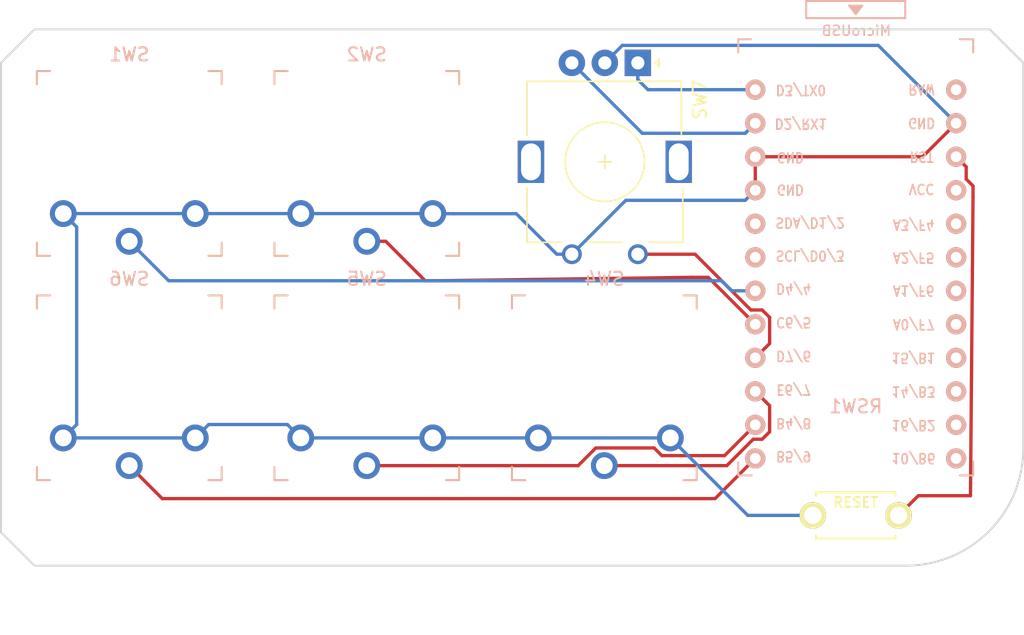
<source format=kicad_pcb>
(kicad_pcb (version 20171130) (host pcbnew "(5.1.5-0-10_14)")

  (general
    (thickness 1.6)
    (drawings 8)
    (tracks 82)
    (zones 0)
    (modules 8)
    (nets 23)
  )

  (page A4)
  (title_block
    (title mkbd)
    (date 2019-04-18)
    (rev 0.1)
    (company foostan)
  )

  (layers
    (0 F.Cu signal)
    (31 B.Cu signal)
    (32 B.Adhes user)
    (33 F.Adhes user)
    (34 B.Paste user)
    (35 F.Paste user)
    (36 B.SilkS user)
    (37 F.SilkS user)
    (38 B.Mask user)
    (39 F.Mask user)
    (40 Dwgs.User user)
    (41 Cmts.User user)
    (42 Eco1.User user)
    (43 Eco2.User user)
    (44 Edge.Cuts user)
    (45 Margin user)
    (46 B.CrtYd user)
    (47 F.CrtYd user)
    (48 B.Fab user)
    (49 F.Fab user)
  )

  (setup
    (last_trace_width 0.25)
    (trace_clearance 0.2)
    (zone_clearance 0.508)
    (zone_45_only no)
    (trace_min 0.2)
    (via_size 0.8)
    (via_drill 0.4)
    (via_min_size 0.4)
    (via_min_drill 0.3)
    (uvia_size 0.3)
    (uvia_drill 0.1)
    (uvias_allowed no)
    (uvia_min_size 0.2)
    (uvia_min_drill 0.1)
    (edge_width 0.15)
    (segment_width 0.2)
    (pcb_text_width 0.3)
    (pcb_text_size 1.5 1.5)
    (mod_edge_width 0.15)
    (mod_text_size 1 1)
    (mod_text_width 0.15)
    (pad_size 1.524 1.524)
    (pad_drill 0.8128)
    (pad_to_mask_clearance 0.2)
    (aux_axis_origin 0 0)
    (visible_elements FFFFFF7F)
    (pcbplotparams
      (layerselection 0x010f0_ffffffff)
      (usegerberextensions false)
      (usegerberattributes false)
      (usegerberadvancedattributes false)
      (creategerberjobfile false)
      (excludeedgelayer true)
      (linewidth 0.100000)
      (plotframeref false)
      (viasonmask false)
      (mode 1)
      (useauxorigin false)
      (hpglpennumber 1)
      (hpglpenspeed 20)
      (hpglpendiameter 15.000000)
      (psnegative false)
      (psa4output false)
      (plotreference true)
      (plotvalue true)
      (plotinvisibletext false)
      (padsonsilk false)
      (subtractmaskfromsilk false)
      (outputformat 1)
      (mirror false)
      (drillshape 0)
      (scaleselection 1)
      (outputdirectory "gerber/"))
  )

  (net 0 "")
  (net 1 /RESET)
  (net 2 GND)
  (net 3 /SW_1)
  (net 4 /SW_2)
  (net 5 /SW_3)
  (net 6 /SW_4)
  (net 7 /SW_5)
  (net 8 /SW_6)
  (net 9 "Net-(U1-Pad24)")
  (net 10 VCC)
  (net 11 "Net-(U1-Pad20)")
  (net 12 "Net-(U1-Pad19)")
  (net 13 "Net-(U1-Pad18)")
  (net 14 "Net-(U1-Pad17)")
  (net 15 "Net-(U1-Pad16)")
  (net 16 "Net-(U1-Pad15)")
  (net 17 "Net-(U1-Pad14)")
  (net 18 "Net-(U1-Pad13)")
  (net 19 "Net-(U1-Pad6)")
  (net 20 "Net-(U1-Pad5)")
  (net 21 "Net-(SW7-PadA)")
  (net 22 "Net-(SW7-PadB)")

  (net_class Default "これはデフォルトのネット クラスです。"
    (clearance 0.2)
    (trace_width 0.25)
    (via_dia 0.8)
    (via_drill 0.4)
    (uvia_dia 0.3)
    (uvia_drill 0.1)
    (add_net /RESET)
    (add_net /SW_1)
    (add_net /SW_2)
    (add_net /SW_3)
    (add_net /SW_4)
    (add_net /SW_5)
    (add_net /SW_6)
    (add_net GND)
    (add_net "Net-(SW7-PadA)")
    (add_net "Net-(SW7-PadB)")
    (add_net "Net-(U1-Pad13)")
    (add_net "Net-(U1-Pad14)")
    (add_net "Net-(U1-Pad15)")
    (add_net "Net-(U1-Pad16)")
    (add_net "Net-(U1-Pad17)")
    (add_net "Net-(U1-Pad18)")
    (add_net "Net-(U1-Pad19)")
    (add_net "Net-(U1-Pad20)")
    (add_net "Net-(U1-Pad24)")
    (add_net "Net-(U1-Pad5)")
    (add_net "Net-(U1-Pad6)")
    (add_net VCC)
  )

  (module kbd:ProMicro_v3 (layer B.Cu) (tedit 5EAC4A3F) (tstamp 5CB64683)
    (at 92.71 77.47 180)
    (path /5CB5F40D)
    (fp_text reference U1 (at 0 5 90) (layer B.SilkS) hide
      (effects (font (size 1 1) (thickness 0.15)) (justify mirror))
    )
    (fp_text value ProMicro_r (at -0.1 -0.05 -90) (layer B.Fab) hide
      (effects (font (size 1 1) (thickness 0.15)) (justify mirror))
    )
    (fp_line (start 8.9 -14.75) (end 7.89 -14.75) (layer B.SilkS) (width 0.15))
    (fp_line (start -8.9 -14.75) (end -7.9 -14.75) (layer B.SilkS) (width 0.15))
    (fp_line (start 8.9 -13.75) (end 8.9 -14.75) (layer B.SilkS) (width 0.15))
    (fp_line (start -8.9 -13.7) (end -8.9 -14.75) (layer B.SilkS) (width 0.15))
    (fp_line (start 8.9 18.3) (end 7.95 18.3) (layer B.SilkS) (width 0.15))
    (fp_line (start -8.9 18.3) (end -7.9 18.3) (layer B.SilkS) (width 0.15))
    (fp_line (start 8.9 18.3) (end 8.9 17.3) (layer B.SilkS) (width 0.15))
    (fp_line (start -8.9 18.3) (end -8.9 17.3) (layer B.SilkS) (width 0.15))
    (fp_text user "" (at -1.2515 16.256) (layer F.SilkS)
      (effects (font (size 1 1) (thickness 0.15)))
    )
    (fp_text user "" (at -0.545 17.4) (layer B.SilkS)
      (effects (font (size 1 1) (thickness 0.15)) (justify mirror))
    )
    (fp_line (start -8.9 -14.75) (end -8.9 18.3) (layer B.Fab) (width 0.15))
    (fp_line (start 8.9 -14.75) (end -8.9 -14.75) (layer B.Fab) (width 0.15))
    (fp_line (start 8.9 18.3) (end 8.9 -14.75) (layer B.Fab) (width 0.15))
    (fp_line (start -8.9 18.3) (end -3.75 18.3) (layer B.Fab) (width 0.15))
    (fp_text user RAW (at -4.995 14.5 180 unlocked) (layer B.SilkS)
      (effects (font (size 0.75 0.67) (thickness 0.125)) (justify mirror))
    )
    (fp_text user GND (at -4.995 11.95 180 unlocked) (layer B.SilkS)
      (effects (font (size 0.75 0.67) (thickness 0.125)) (justify mirror))
    )
    (fp_text user RST (at -4.995 9.4 180 unlocked) (layer B.SilkS)
      (effects (font (size 0.75 0.67) (thickness 0.125)) (justify mirror))
    )
    (fp_text user VCC (at -4.995 6.95 180 unlocked) (layer B.SilkS)
      (effects (font (size 0.75 0.67) (thickness 0.125)) (justify mirror))
    )
    (fp_text user A3/F4 (at -4.395 4.25 180 unlocked) (layer B.SilkS)
      (effects (font (size 0.75 0.67) (thickness 0.125)) (justify mirror))
    )
    (fp_text user A2/F5 (at -4.395 1.75 180 unlocked) (layer B.SilkS)
      (effects (font (size 0.75 0.67) (thickness 0.125)) (justify mirror))
    )
    (fp_text user A1/F6 (at -4.395 -0.75 180 unlocked) (layer B.SilkS)
      (effects (font (size 0.75 0.67) (thickness 0.125)) (justify mirror))
    )
    (fp_text user A0/F7 (at -4.395 -3.3 180 unlocked) (layer B.SilkS)
      (effects (font (size 0.75 0.67) (thickness 0.125)) (justify mirror))
    )
    (fp_text user 15/B1 (at -4.395 -5.85 180 unlocked) (layer B.SilkS)
      (effects (font (size 0.75 0.67) (thickness 0.125)) (justify mirror))
    )
    (fp_text user 14/B3 (at -4.395 -8.4 180 unlocked) (layer B.SilkS)
      (effects (font (size 0.75 0.67) (thickness 0.125)) (justify mirror))
    )
    (fp_text user 10/B6 (at -4.395 -13.45 180 unlocked) (layer B.SilkS)
      (effects (font (size 0.75 0.67) (thickness 0.125)) (justify mirror))
    )
    (fp_text user 16/B2 (at -4.395 -10.95 180 unlocked) (layer B.SilkS)
      (effects (font (size 0.75 0.67) (thickness 0.125)) (justify mirror))
    )
    (fp_text user E6/7 (at 4.705 -8.25 180 unlocked) (layer B.SilkS)
      (effects (font (size 0.75 0.67) (thickness 0.125)) (justify mirror))
    )
    (fp_text user D7/6 (at 4.705 -5.7 180 unlocked) (layer B.SilkS)
      (effects (font (size 0.75 0.67) (thickness 0.125)) (justify mirror))
    )
    (fp_text user GND (at 4.955 9.35 180 unlocked) (layer B.SilkS)
      (effects (font (size 0.75 0.67) (thickness 0.125)) (justify mirror))
    )
    (fp_text user GND (at 4.955 6.9 180 unlocked) (layer B.SilkS)
      (effects (font (size 0.75 0.67) (thickness 0.125)) (justify mirror))
    )
    (fp_text user D3/TX0 (at 4.155 14.45 180 unlocked) (layer B.SilkS)
      (effects (font (size 0.75 0.67) (thickness 0.125)) (justify mirror))
    )
    (fp_text user D4/4 (at 4.705 -0.6 180 unlocked) (layer B.SilkS)
      (effects (font (size 0.75 0.67) (thickness 0.125)) (justify mirror))
    )
    (fp_text user SDA/D1/2 (at 3.455 4.4 180 unlocked) (layer B.SilkS)
      (effects (font (size 0.75 0.67) (thickness 0.125)) (justify mirror))
    )
    (fp_text user SCL/D0/3 (at 3.455 1.9 180 unlocked) (layer B.SilkS)
      (effects (font (size 0.75 0.67) (thickness 0.125)) (justify mirror))
    )
    (fp_text user C6/5 (at 4.705 -3.15 180 unlocked) (layer B.SilkS)
      (effects (font (size 0.75 0.67) (thickness 0.125)) (justify mirror))
    )
    (fp_text user B5/9 (at 4.705 -13.3 180 unlocked) (layer B.SilkS)
      (effects (font (size 0.75 0.67) (thickness 0.125)) (justify mirror))
    )
    (fp_text user D2/RX1 (at 4.155 11.9 180 unlocked) (layer B.SilkS)
      (effects (font (size 0.75 0.67) (thickness 0.125)) (justify mirror))
    )
    (fp_text user B4/8 (at 4.705 -10.8 180 unlocked) (layer B.SilkS)
      (effects (font (size 0.75 0.67) (thickness 0.125)) (justify mirror))
    )
    (fp_line (start -3.75 19.6) (end 3.75 19.6) (layer B.Fab) (width 0.15))
    (fp_line (start 3.75 19.6) (end 3.75 18.3) (layer B.Fab) (width 0.15))
    (fp_line (start -3.75 19.6) (end -3.75 18.299039) (layer B.Fab) (width 0.15))
    (fp_line (start -3.75 18.3) (end 3.75 18.3) (layer B.Fab) (width 0.15))
    (fp_line (start 3.76 18.3) (end 8.9 18.3) (layer B.Fab) (width 0.15))
    (fp_line (start -3.75 21.2) (end -3.75 19.9) (layer B.SilkS) (width 0.15))
    (fp_line (start -3.75 19.9) (end 3.75 19.9) (layer B.SilkS) (width 0.15))
    (fp_line (start 3.75 19.9) (end 3.75 21.2) (layer B.SilkS) (width 0.15))
    (fp_line (start 3.75 21.2) (end -3.75 21.2) (layer B.SilkS) (width 0.15))
    (fp_line (start -0.5 20.85) (end 0.5 20.85) (layer B.SilkS) (width 0.15))
    (fp_line (start 0.5 20.85) (end 0 20.2) (layer B.SilkS) (width 0.15))
    (fp_line (start 0 20.2) (end -0.5 20.85) (layer B.SilkS) (width 0.15))
    (fp_line (start -0.35 20.7) (end 0.35 20.7) (layer B.SilkS) (width 0.15))
    (fp_line (start -0.25 20.55) (end 0.25 20.55) (layer B.SilkS) (width 0.15))
    (fp_line (start -0.15 20.4) (end 0.15 20.4) (layer B.SilkS) (width 0.15))
    (fp_text user MicroUSB (at -0.05 18.95) (layer B.SilkS)
      (effects (font (size 0.75 0.75) (thickness 0.12)) (justify mirror))
    )
    (pad 24 thru_hole circle (at -7.6086 14.478 180) (size 1.524 1.524) (drill 0.8128) (layers *.Cu *.Mask B.SilkS)
      (net 9 "Net-(U1-Pad24)"))
    (pad 23 thru_hole circle (at -7.6086 11.938 180) (size 1.524 1.524) (drill 0.8128) (layers *.Cu *.Mask B.SilkS)
      (net 2 GND))
    (pad 22 thru_hole circle (at -7.6086 9.398 180) (size 1.524 1.524) (drill 0.8128) (layers *.Cu *.Mask B.SilkS)
      (net 1 /RESET))
    (pad 21 thru_hole circle (at -7.6086 6.858 180) (size 1.524 1.524) (drill 0.8128) (layers *.Cu *.Mask B.SilkS)
      (net 10 VCC))
    (pad 20 thru_hole circle (at -7.6086 4.318 180) (size 1.524 1.524) (drill 0.8128) (layers *.Cu *.Mask B.SilkS)
      (net 11 "Net-(U1-Pad20)"))
    (pad 19 thru_hole circle (at -7.6086 1.778 180) (size 1.524 1.524) (drill 0.8128) (layers *.Cu *.Mask B.SilkS)
      (net 12 "Net-(U1-Pad19)"))
    (pad 18 thru_hole circle (at -7.6086 -0.762 180) (size 1.524 1.524) (drill 0.8128) (layers *.Cu *.Mask B.SilkS)
      (net 13 "Net-(U1-Pad18)"))
    (pad 17 thru_hole circle (at -7.6086 -3.302 180) (size 1.524 1.524) (drill 0.8128) (layers *.Cu *.Mask B.SilkS)
      (net 14 "Net-(U1-Pad17)"))
    (pad 16 thru_hole circle (at -7.6086 -5.842 180) (size 1.524 1.524) (drill 0.8128) (layers *.Cu *.Mask B.SilkS)
      (net 15 "Net-(U1-Pad16)"))
    (pad 15 thru_hole circle (at -7.6086 -8.382 180) (size 1.524 1.524) (drill 0.8128) (layers *.Cu *.Mask B.SilkS)
      (net 16 "Net-(U1-Pad15)"))
    (pad 14 thru_hole circle (at -7.6086 -10.922 180) (size 1.524 1.524) (drill 0.8128) (layers *.Cu *.Mask B.SilkS)
      (net 17 "Net-(U1-Pad14)"))
    (pad 13 thru_hole circle (at -7.6086 -13.462 180) (size 1.524 1.524) (drill 0.8128) (layers *.Cu *.Mask B.SilkS)
      (net 18 "Net-(U1-Pad13)"))
    (pad 12 thru_hole circle (at 7.6114 -13.462 180) (size 1.524 1.524) (drill 0.8128) (layers *.Cu *.Mask B.SilkS)
      (net 8 /SW_6))
    (pad 11 thru_hole circle (at 7.6114 -10.922 180) (size 1.524 1.524) (drill 0.8128) (layers *.Cu *.Mask B.SilkS)
      (net 7 /SW_5))
    (pad 10 thru_hole circle (at 7.6114 -8.382 180) (size 1.524 1.524) (drill 0.8128) (layers *.Cu *.Mask B.SilkS)
      (net 6 /SW_4))
    (pad 9 thru_hole circle (at 7.6114 -5.842 180) (size 1.524 1.524) (drill 0.8128) (layers *.Cu *.Mask B.SilkS)
      (net 5 /SW_3))
    (pad 8 thru_hole circle (at 7.6114 -3.302 180) (size 1.524 1.524) (drill 0.8128) (layers *.Cu *.Mask B.SilkS)
      (net 4 /SW_2))
    (pad 7 thru_hole circle (at 7.6114 -0.762 180) (size 1.524 1.524) (drill 0.8128) (layers *.Cu *.Mask B.SilkS)
      (net 3 /SW_1))
    (pad 6 thru_hole circle (at 7.6114 1.778 180) (size 1.524 1.524) (drill 0.8128) (layers *.Cu *.Mask B.SilkS)
      (net 19 "Net-(U1-Pad6)"))
    (pad 5 thru_hole circle (at 7.6114 4.318 180) (size 1.524 1.524) (drill 0.8128) (layers *.Cu *.Mask B.SilkS)
      (net 20 "Net-(U1-Pad5)"))
    (pad 4 thru_hole circle (at 7.6114 6.858 180) (size 1.524 1.524) (drill 0.8128) (layers *.Cu *.Mask B.SilkS)
      (net 2 GND))
    (pad 3 thru_hole circle (at 7.6114 9.398 180) (size 1.524 1.524) (drill 0.8128) (layers *.Cu *.Mask B.SilkS)
      (net 2 GND))
    (pad 2 thru_hole circle (at 7.6114 11.938 180) (size 1.524 1.524) (drill 0.8128) (layers *.Cu *.Mask B.SilkS)
      (net 22 "Net-(SW7-PadB)"))
    (pad 1 thru_hole circle (at 7.6114 14.478 180) (size 1.524 1.524) (drill 0.8128) (layers *.Cu *.Mask B.SilkS)
      (net 21 "Net-(SW7-PadA)"))
  )

  (module Rotary_Encoder:RotaryEncoder_Alps_EC11E_Vertical_H20mm (layer F.Cu) (tedit 5E99D69A) (tstamp 5E99E325)
    (at 76.2 60.96 270)
    (descr "Alps rotary encoder, EC12E... without switch (pins are dummy), vertical shaft, http://www.alps.com/prod/info/E/HTML/Encoder/Incremental/EC11/EC11E15204A3.html")
    (tags "rotary encoder")
    (path /5E9A134E)
    (fp_text reference SW7 (at 2.8 -4.7 90) (layer F.SilkS)
      (effects (font (size 1 1) (thickness 0.15)))
    )
    (fp_text value Rotary_Encoder_Switch (at 7.5 10.4 90) (layer F.Fab)
      (effects (font (size 1 1) (thickness 0.15)))
    )
    (fp_circle (center 7.5 2.5) (end 10.5 2.5) (layer F.Fab) (width 0.12))
    (fp_circle (center 7.5 2.5) (end 10.5 2.5) (layer F.SilkS) (width 0.12))
    (fp_line (start 15.5 9.35) (end -1.25 9.35) (layer F.CrtYd) (width 0.05))
    (fp_line (start 15.5 9.35) (end 15.5 -4.35) (layer F.CrtYd) (width 0.05))
    (fp_line (start -1.25 -4.35) (end -1.25 9.35) (layer F.CrtYd) (width 0.05))
    (fp_line (start -1.25 -4.35) (end 15.5 -4.35) (layer F.CrtYd) (width 0.05))
    (fp_line (start 2.5 -3.3) (end 13.5 -3.3) (layer F.Fab) (width 0.12))
    (fp_line (start 13.5 -3.3) (end 13.5 8.3) (layer F.Fab) (width 0.12))
    (fp_line (start 13.5 8.3) (end 1.5 8.3) (layer F.Fab) (width 0.12))
    (fp_line (start 1.5 8.3) (end 1.5 -2.2) (layer F.Fab) (width 0.12))
    (fp_line (start 1.5 -2.2) (end 2.5 -3.3) (layer F.Fab) (width 0.12))
    (fp_line (start 9.5 -3.4) (end 13.6 -3.4) (layer F.SilkS) (width 0.12))
    (fp_line (start 13.6 8.4) (end 9.5 8.4) (layer F.SilkS) (width 0.12))
    (fp_line (start 5.5 8.4) (end 1.4 8.4) (layer F.SilkS) (width 0.12))
    (fp_line (start 5.5 -3.3) (end 1.4 -3.3) (layer F.SilkS) (width 0.12))
    (fp_line (start 1.4 -3.3) (end 1.4 8.4) (layer F.SilkS) (width 0.12))
    (fp_line (start 0 -1.3) (end -0.3 -1.6) (layer F.SilkS) (width 0.12))
    (fp_line (start -0.3 -1.6) (end 0.3 -1.6) (layer F.SilkS) (width 0.12))
    (fp_line (start 0.3 -1.6) (end 0 -1.3) (layer F.SilkS) (width 0.12))
    (fp_line (start 7.5 -0.5) (end 7.5 5.5) (layer F.Fab) (width 0.12))
    (fp_line (start 4.5 2.5) (end 10.5 2.5) (layer F.Fab) (width 0.12))
    (fp_line (start 13.6 -3.4) (end 13.6 -0.8) (layer F.SilkS) (width 0.12))
    (fp_line (start 13.6 1.2) (end 13.6 3.8) (layer F.SilkS) (width 0.12))
    (fp_line (start 13.6 5.8) (end 13.6 8.4) (layer F.SilkS) (width 0.12))
    (fp_line (start 7.5 2) (end 7.5 3) (layer F.SilkS) (width 0.12))
    (fp_line (start 7 2.5) (end 8 2.5) (layer F.SilkS) (width 0.12))
    (fp_text user %R (at 11.1 6.3 90) (layer F.Fab)
      (effects (font (size 1 1) (thickness 0.15)))
    )
    (pad A thru_hole rect (at 0 0 270) (size 2 2) (drill 1) (layers *.Cu *.Mask)
      (net 21 "Net-(SW7-PadA)"))
    (pad C thru_hole circle (at 0 2.5 270) (size 2 2) (drill 1) (layers *.Cu *.Mask)
      (net 2 GND))
    (pad B thru_hole circle (at 0 5 270) (size 2 2) (drill 1) (layers *.Cu *.Mask)
      (net 22 "Net-(SW7-PadB)"))
    (pad MP thru_hole rect (at 7.5 -3.1 270) (size 3.2 2) (drill oval 2.8 1.5) (layers *.Cu *.Mask))
    (pad MP thru_hole rect (at 7.5 8.1 270) (size 3.2 2) (drill oval 2.8 1.5) (layers *.Cu *.Mask))
    (pad "" thru_hole circle (at 14.5 0 270) (size 1.5 1.5) (drill 1) (layers *.Cu *.Mask)
      (net 5 /SW_3))
    (pad "" thru_hole circle (at 14.5 5 270) (size 1.5 1.5) (drill 1) (layers *.Cu *.Mask)
      (net 2 GND))
    (model ${KISYS3DMOD}/Rotary_Encoder.3dshapes/RotaryEncoder_Alps_EC11E_Vertical_H20mm.wrl
      (at (xyz 0 0 0))
      (scale (xyz 1 1 1))
      (rotate (xyz 0 0 0))
    )
  )

  (module foostan:ResetSW_1side (layer F.Cu) (tedit 5C66D325) (tstamp 5CB645C3)
    (at 92.71 95.25)
    (path /5CB5EA0E)
    (fp_text reference RSW1 (at 0 2.55) (layer F.SilkS) hide
      (effects (font (size 1 1) (thickness 0.15)))
    )
    (fp_text value SW_Push (at 0.1 -4.1) (layer F.Fab)
      (effects (font (size 1 1) (thickness 0.15)))
    )
    (fp_text user RESET (at 0 -0.98) (layer F.SilkS)
      (effects (font (size 0.75 0.75) (thickness 0.15)))
    )
    (fp_line (start 3 -1.75) (end 3 -1.5) (layer F.SilkS) (width 0.15))
    (fp_line (start -3 -1.75) (end 3 -1.75) (layer F.SilkS) (width 0.15))
    (fp_line (start -3 -1.75) (end -3 -1.5) (layer F.SilkS) (width 0.15))
    (fp_line (start -3 1.75) (end -3 1.5) (layer F.SilkS) (width 0.15))
    (fp_line (start 3 1.75) (end 3 1.5) (layer F.SilkS) (width 0.15))
    (fp_line (start -3 1.75) (end 3 1.75) (layer F.SilkS) (width 0.15))
    (fp_text user %R (at 0 -8.255) (layer B.SilkS)
      (effects (font (size 1 1) (thickness 0.15)) (justify mirror))
    )
    (fp_text user %V (at 0 8.255) (layer B.Fab)
      (effects (font (size 1 1) (thickness 0.15)) (justify mirror))
    )
    (pad 2 thru_hole circle (at -3.25 0) (size 2 2) (drill 1.3) (layers *.Cu F.SilkS B.Mask)
      (net 2 GND))
    (pad 1 thru_hole circle (at 3.25 0) (size 2 2) (drill 1.3) (layers *.Cu F.SilkS B.Mask)
      (net 1 /RESET))
  )

  (module kbd:SW_PG1350_reversible (layer F.Cu) (tedit 5DD501D8) (tstamp 5CB7412A)
    (at 37.66 68.58)
    (descr "Kailh \"Choc\" PG1350 keyswitch, able to be mounted on front or back of PCB")
    (tags kailh,choc)
    (path /5CB5D7EA)
    (fp_text reference SW1 (at 0 4.15) (layer Dwgs.User) hide
      (effects (font (size 1 1) (thickness 0.15)))
    )
    (fp_text value SW_PUSH (at -0.05 5.7) (layer Dwgs.User) hide
      (effects (font (size 1 1) (thickness 0.15)))
    )
    (fp_text user %R (at 0 -8.255) (layer B.SilkS)
      (effects (font (size 1 1) (thickness 0.15)) (justify mirror))
    )
    (fp_text user %R (at 0 0) (layer F.Fab)
      (effects (font (size 1 1) (thickness 0.15)))
    )
    (fp_line (start -7.5 7.5) (end -7.5 -7.5) (layer F.Fab) (width 0.15))
    (fp_line (start 7.5 -7.5) (end 7.5 7.5) (layer F.Fab) (width 0.15))
    (fp_line (start 7.5 7.5) (end -7.5 7.5) (layer F.Fab) (width 0.15))
    (fp_line (start -7.5 -7.5) (end 7.5 -7.5) (layer F.Fab) (width 0.15))
    (fp_text user %V (at 0 8.255) (layer B.Fab)
      (effects (font (size 1 1) (thickness 0.15)) (justify mirror))
    )
    (fp_text user %R (at 0 -8.255) (layer B.SilkS)
      (effects (font (size 1 1) (thickness 0.15)) (justify mirror))
    )
    (fp_line (start -7.5 7.5) (end -7.5 -7.5) (layer B.Fab) (width 0.15))
    (fp_line (start 7.5 7.5) (end -7.5 7.5) (layer B.Fab) (width 0.15))
    (fp_line (start 7.5 -7.5) (end 7.5 7.5) (layer B.Fab) (width 0.15))
    (fp_line (start -7.5 -7.5) (end 7.5 -7.5) (layer B.Fab) (width 0.15))
    (fp_line (start -6.9 6.9) (end -6.9 -6.9) (layer Eco2.User) (width 0.15))
    (fp_line (start 6.9 -6.9) (end 6.9 6.9) (layer Eco2.User) (width 0.15))
    (fp_line (start 6.9 -6.9) (end -6.9 -6.9) (layer Eco2.User) (width 0.15))
    (fp_line (start -6.9 6.9) (end 6.9 6.9) (layer Eco2.User) (width 0.15))
    (fp_line (start 7 -7) (end 7 -6) (layer B.SilkS) (width 0.15))
    (fp_line (start 6 -7) (end 7 -7) (layer B.SilkS) (width 0.15))
    (fp_line (start 7 7) (end 6 7) (layer B.SilkS) (width 0.15))
    (fp_line (start 7 6) (end 7 7) (layer B.SilkS) (width 0.15))
    (fp_line (start -7 7) (end -7 6) (layer B.SilkS) (width 0.15))
    (fp_line (start -6 7) (end -7 7) (layer B.SilkS) (width 0.15))
    (fp_line (start -7 -7) (end -6 -7) (layer B.SilkS) (width 0.15))
    (fp_line (start -7 -6) (end -7 -7) (layer B.SilkS) (width 0.15))
    (fp_line (start -2.6 -3.1) (end -2.6 -6.3) (layer Eco2.User) (width 0.15))
    (fp_line (start 2.6 -6.3) (end -2.6 -6.3) (layer Eco2.User) (width 0.15))
    (fp_line (start 2.6 -3.1) (end 2.6 -6.3) (layer Eco2.User) (width 0.15))
    (fp_line (start -2.6 -3.1) (end 2.6 -3.1) (layer Eco2.User) (width 0.15))
    (fp_line (start -7 -7) (end -6 -7) (layer F.SilkS) (width 0.15))
    (fp_line (start -7 -6) (end -7 -7) (layer F.SilkS) (width 0.15))
    (fp_line (start -7 7) (end -7 6) (layer F.SilkS) (width 0.15))
    (fp_line (start -6 7) (end -7 7) (layer F.SilkS) (width 0.15))
    (fp_line (start 7 7) (end 6 7) (layer F.SilkS) (width 0.15))
    (fp_line (start 7 6) (end 7 7) (layer F.SilkS) (width 0.15))
    (fp_line (start 7 -7) (end 7 -6) (layer F.SilkS) (width 0.15))
    (fp_line (start 6 -7) (end 7 -7) (layer F.SilkS) (width 0.15))
    (pad "" np_thru_hole circle (at -5.5 0) (size 1.7018 1.7018) (drill 1.7018) (layers *.Cu *.Mask))
    (pad "" np_thru_hole circle (at 5.5 0) (size 1.7018 1.7018) (drill 1.7018) (layers *.Cu *.Mask))
    (pad "" np_thru_hole circle (at 5.22 -4.2) (size 0.9906 0.9906) (drill 0.9906) (layers *.Cu *.Mask))
    (pad 1 thru_hole circle (at 0 5.9) (size 2.032 2.032) (drill 1.27) (layers *.Cu *.Mask)
      (net 3 /SW_1))
    (pad 2 thru_hole circle (at -5 3.8) (size 2.032 2.032) (drill 1.27) (layers *.Cu *.Mask)
      (net 2 GND))
    (pad "" np_thru_hole circle (at 0 0) (size 3.429 3.429) (drill 3.429) (layers *.Cu *.Mask))
    (pad 2 thru_hole circle (at 5 3.8) (size 2.032 2.032) (drill 1.27) (layers *.Cu *.Mask)
      (net 2 GND))
    (pad "" np_thru_hole circle (at -5.22 -4.2) (size 0.9906 0.9906) (drill 0.9906) (layers *.Cu *.Mask))
  )

  (module kbd:SW_PG1350_reversible (layer F.Cu) (tedit 5DD501D8) (tstamp 5CB73FFE)
    (at 55.66 68.58)
    (descr "Kailh \"Choc\" PG1350 keyswitch, able to be mounted on front or back of PCB")
    (tags kailh,choc)
    (path /5CB5EE19)
    (fp_text reference SW2 (at 0 4.15) (layer Dwgs.User) hide
      (effects (font (size 1 1) (thickness 0.15)))
    )
    (fp_text value SW_PUSH (at -0.05 5.7) (layer Dwgs.User) hide
      (effects (font (size 1 1) (thickness 0.15)))
    )
    (fp_text user %R (at 0 0) (layer B.Fab)
      (effects (font (size 1 1) (thickness 0.15)) (justify mirror))
    )
    (fp_text user %R (at 0 0) (layer F.Fab)
      (effects (font (size 1 1) (thickness 0.15)))
    )
    (fp_line (start -7.5 7.5) (end -7.5 -7.5) (layer F.Fab) (width 0.15))
    (fp_line (start 7.5 -7.5) (end 7.5 7.5) (layer F.Fab) (width 0.15))
    (fp_line (start 7.5 7.5) (end -7.5 7.5) (layer F.Fab) (width 0.15))
    (fp_line (start -7.5 -7.5) (end 7.5 -7.5) (layer F.Fab) (width 0.15))
    (fp_text user %V (at 0 8.255) (layer B.Fab)
      (effects (font (size 1 1) (thickness 0.15)) (justify mirror))
    )
    (fp_text user %R (at 0 -8.255) (layer B.SilkS)
      (effects (font (size 1 1) (thickness 0.15)) (justify mirror))
    )
    (fp_line (start -7.5 7.5) (end -7.5 -7.5) (layer B.Fab) (width 0.15))
    (fp_line (start 7.5 7.5) (end -7.5 7.5) (layer B.Fab) (width 0.15))
    (fp_line (start 7.5 -7.5) (end 7.5 7.5) (layer B.Fab) (width 0.15))
    (fp_line (start -7.5 -7.5) (end 7.5 -7.5) (layer B.Fab) (width 0.15))
    (fp_line (start -6.9 6.9) (end -6.9 -6.9) (layer Eco2.User) (width 0.15))
    (fp_line (start 6.9 -6.9) (end 6.9 6.9) (layer Eco2.User) (width 0.15))
    (fp_line (start 6.9 -6.9) (end -6.9 -6.9) (layer Eco2.User) (width 0.15))
    (fp_line (start -6.9 6.9) (end 6.9 6.9) (layer Eco2.User) (width 0.15))
    (fp_line (start 7 -7) (end 7 -6) (layer B.SilkS) (width 0.15))
    (fp_line (start 6 -7) (end 7 -7) (layer B.SilkS) (width 0.15))
    (fp_line (start 7 7) (end 6 7) (layer B.SilkS) (width 0.15))
    (fp_line (start 7 6) (end 7 7) (layer B.SilkS) (width 0.15))
    (fp_line (start -7 7) (end -7 6) (layer B.SilkS) (width 0.15))
    (fp_line (start -6 7) (end -7 7) (layer B.SilkS) (width 0.15))
    (fp_line (start -7 -7) (end -6 -7) (layer B.SilkS) (width 0.15))
    (fp_line (start -7 -6) (end -7 -7) (layer B.SilkS) (width 0.15))
    (fp_line (start -2.6 -3.1) (end -2.6 -6.3) (layer Eco2.User) (width 0.15))
    (fp_line (start 2.6 -6.3) (end -2.6 -6.3) (layer Eco2.User) (width 0.15))
    (fp_line (start 2.6 -3.1) (end 2.6 -6.3) (layer Eco2.User) (width 0.15))
    (fp_line (start -2.6 -3.1) (end 2.6 -3.1) (layer Eco2.User) (width 0.15))
    (fp_line (start -7 -7) (end -6 -7) (layer F.SilkS) (width 0.15))
    (fp_line (start -7 -6) (end -7 -7) (layer F.SilkS) (width 0.15))
    (fp_line (start -7 7) (end -7 6) (layer F.SilkS) (width 0.15))
    (fp_line (start -6 7) (end -7 7) (layer F.SilkS) (width 0.15))
    (fp_line (start 7 7) (end 6 7) (layer F.SilkS) (width 0.15))
    (fp_line (start 7 6) (end 7 7) (layer F.SilkS) (width 0.15))
    (fp_line (start 7 -7) (end 7 -6) (layer F.SilkS) (width 0.15))
    (fp_line (start 6 -7) (end 7 -7) (layer F.SilkS) (width 0.15))
    (pad "" np_thru_hole circle (at -5.5 0) (size 1.7018 1.7018) (drill 1.7018) (layers *.Cu *.Mask))
    (pad "" np_thru_hole circle (at 5.5 0) (size 1.7018 1.7018) (drill 1.7018) (layers *.Cu *.Mask))
    (pad "" np_thru_hole circle (at 5.22 -4.2) (size 0.9906 0.9906) (drill 0.9906) (layers *.Cu *.Mask))
    (pad 1 thru_hole circle (at 0 5.9) (size 2.032 2.032) (drill 1.27) (layers *.Cu *.Mask)
      (net 4 /SW_2))
    (pad 2 thru_hole circle (at -5 3.8) (size 2.032 2.032) (drill 1.27) (layers *.Cu *.Mask)
      (net 2 GND))
    (pad "" np_thru_hole circle (at 0 0) (size 3.429 3.429) (drill 3.429) (layers *.Cu *.Mask))
    (pad 2 thru_hole circle (at 5 3.8) (size 2.032 2.032) (drill 1.27) (layers *.Cu *.Mask)
      (net 2 GND))
    (pad "" np_thru_hole circle (at -5.22 -4.2) (size 0.9906 0.9906) (drill 0.9906) (layers *.Cu *.Mask))
  )

  (module kbd:SW_PG1350_reversible (layer F.Cu) (tedit 5DD501D8) (tstamp 5CB740EE)
    (at 73.66 85.58)
    (descr "Kailh \"Choc\" PG1350 keyswitch, able to be mounted on front or back of PCB")
    (tags kailh,choc)
    (path /5CB5EE8C)
    (fp_text reference SW4 (at 0 4.15) (layer Dwgs.User) hide
      (effects (font (size 1 1) (thickness 0.15)))
    )
    (fp_text value SW_PUSH (at -0.05 5.7) (layer Dwgs.User) hide
      (effects (font (size 1 1) (thickness 0.15)))
    )
    (fp_text user %R (at 0 0) (layer B.Fab)
      (effects (font (size 1 1) (thickness 0.15)) (justify mirror))
    )
    (fp_text user %R (at 0 0) (layer F.Fab)
      (effects (font (size 1 1) (thickness 0.15)))
    )
    (fp_line (start -7.5 7.5) (end -7.5 -7.5) (layer F.Fab) (width 0.15))
    (fp_line (start 7.5 -7.5) (end 7.5 7.5) (layer F.Fab) (width 0.15))
    (fp_line (start 7.5 7.5) (end -7.5 7.5) (layer F.Fab) (width 0.15))
    (fp_line (start -7.5 -7.5) (end 7.5 -7.5) (layer F.Fab) (width 0.15))
    (fp_text user %V (at 0 8.255) (layer B.Fab)
      (effects (font (size 1 1) (thickness 0.15)) (justify mirror))
    )
    (fp_text user %R (at 0 -8.255) (layer B.SilkS)
      (effects (font (size 1 1) (thickness 0.15)) (justify mirror))
    )
    (fp_line (start -7.5 7.5) (end -7.5 -7.5) (layer B.Fab) (width 0.15))
    (fp_line (start 7.5 7.5) (end -7.5 7.5) (layer B.Fab) (width 0.15))
    (fp_line (start 7.5 -7.5) (end 7.5 7.5) (layer B.Fab) (width 0.15))
    (fp_line (start -7.5 -7.5) (end 7.5 -7.5) (layer B.Fab) (width 0.15))
    (fp_line (start -6.9 6.9) (end -6.9 -6.9) (layer Eco2.User) (width 0.15))
    (fp_line (start 6.9 -6.9) (end 6.9 6.9) (layer Eco2.User) (width 0.15))
    (fp_line (start 6.9 -6.9) (end -6.9 -6.9) (layer Eco2.User) (width 0.15))
    (fp_line (start -6.9 6.9) (end 6.9 6.9) (layer Eco2.User) (width 0.15))
    (fp_line (start 7 -7) (end 7 -6) (layer B.SilkS) (width 0.15))
    (fp_line (start 6 -7) (end 7 -7) (layer B.SilkS) (width 0.15))
    (fp_line (start 7 7) (end 6 7) (layer B.SilkS) (width 0.15))
    (fp_line (start 7 6) (end 7 7) (layer B.SilkS) (width 0.15))
    (fp_line (start -7 7) (end -7 6) (layer B.SilkS) (width 0.15))
    (fp_line (start -6 7) (end -7 7) (layer B.SilkS) (width 0.15))
    (fp_line (start -7 -7) (end -6 -7) (layer B.SilkS) (width 0.15))
    (fp_line (start -7 -6) (end -7 -7) (layer B.SilkS) (width 0.15))
    (fp_line (start -2.6 -3.1) (end -2.6 -6.3) (layer Eco2.User) (width 0.15))
    (fp_line (start 2.6 -6.3) (end -2.6 -6.3) (layer Eco2.User) (width 0.15))
    (fp_line (start 2.6 -3.1) (end 2.6 -6.3) (layer Eco2.User) (width 0.15))
    (fp_line (start -2.6 -3.1) (end 2.6 -3.1) (layer Eco2.User) (width 0.15))
    (fp_line (start -7 -7) (end -6 -7) (layer F.SilkS) (width 0.15))
    (fp_line (start -7 -6) (end -7 -7) (layer F.SilkS) (width 0.15))
    (fp_line (start -7 7) (end -7 6) (layer F.SilkS) (width 0.15))
    (fp_line (start -6 7) (end -7 7) (layer F.SilkS) (width 0.15))
    (fp_line (start 7 7) (end 6 7) (layer F.SilkS) (width 0.15))
    (fp_line (start 7 6) (end 7 7) (layer F.SilkS) (width 0.15))
    (fp_line (start 7 -7) (end 7 -6) (layer F.SilkS) (width 0.15))
    (fp_line (start 6 -7) (end 7 -7) (layer F.SilkS) (width 0.15))
    (pad "" np_thru_hole circle (at -5.5 0) (size 1.7018 1.7018) (drill 1.7018) (layers *.Cu *.Mask))
    (pad "" np_thru_hole circle (at 5.5 0) (size 1.7018 1.7018) (drill 1.7018) (layers *.Cu *.Mask))
    (pad "" np_thru_hole circle (at 5.22 -4.2) (size 0.9906 0.9906) (drill 0.9906) (layers *.Cu *.Mask))
    (pad 1 thru_hole circle (at 0 5.9) (size 2.032 2.032) (drill 1.27) (layers *.Cu *.Mask)
      (net 6 /SW_4))
    (pad 2 thru_hole circle (at -5 3.8) (size 2.032 2.032) (drill 1.27) (layers *.Cu *.Mask)
      (net 2 GND))
    (pad "" np_thru_hole circle (at 0 0) (size 3.429 3.429) (drill 3.429) (layers *.Cu *.Mask))
    (pad 2 thru_hole circle (at 5 3.8) (size 2.032 2.032) (drill 1.27) (layers *.Cu *.Mask)
      (net 2 GND))
    (pad "" np_thru_hole circle (at -5.22 -4.2) (size 0.9906 0.9906) (drill 0.9906) (layers *.Cu *.Mask))
  )

  (module kbd:SW_PG1350_reversible (layer F.Cu) (tedit 5DD501D8) (tstamp 5CB7403A)
    (at 55.66 85.58)
    (descr "Kailh \"Choc\" PG1350 keyswitch, able to be mounted on front or back of PCB")
    (tags kailh,choc)
    (path /5CB5EE94)
    (fp_text reference SW5 (at 0 4.15) (layer Dwgs.User) hide
      (effects (font (size 1 1) (thickness 0.15)))
    )
    (fp_text value SW_PUSH (at -0.05 5.7) (layer Dwgs.User) hide
      (effects (font (size 1 1) (thickness 0.15)))
    )
    (fp_text user %R (at 0 0) (layer B.Fab)
      (effects (font (size 1 1) (thickness 0.15)) (justify mirror))
    )
    (fp_text user %R (at 0 0) (layer F.Fab)
      (effects (font (size 1 1) (thickness 0.15)))
    )
    (fp_line (start -7.5 7.5) (end -7.5 -7.5) (layer F.Fab) (width 0.15))
    (fp_line (start 7.5 -7.5) (end 7.5 7.5) (layer F.Fab) (width 0.15))
    (fp_line (start 7.5 7.5) (end -7.5 7.5) (layer F.Fab) (width 0.15))
    (fp_line (start -7.5 -7.5) (end 7.5 -7.5) (layer F.Fab) (width 0.15))
    (fp_text user %V (at 0 8.255) (layer B.Fab)
      (effects (font (size 1 1) (thickness 0.15)) (justify mirror))
    )
    (fp_text user %R (at 0 -8.255) (layer B.SilkS)
      (effects (font (size 1 1) (thickness 0.15)) (justify mirror))
    )
    (fp_line (start -7.5 7.5) (end -7.5 -7.5) (layer B.Fab) (width 0.15))
    (fp_line (start 7.5 7.5) (end -7.5 7.5) (layer B.Fab) (width 0.15))
    (fp_line (start 7.5 -7.5) (end 7.5 7.5) (layer B.Fab) (width 0.15))
    (fp_line (start -7.5 -7.5) (end 7.5 -7.5) (layer B.Fab) (width 0.15))
    (fp_line (start -6.9 6.9) (end -6.9 -6.9) (layer Eco2.User) (width 0.15))
    (fp_line (start 6.9 -6.9) (end 6.9 6.9) (layer Eco2.User) (width 0.15))
    (fp_line (start 6.9 -6.9) (end -6.9 -6.9) (layer Eco2.User) (width 0.15))
    (fp_line (start -6.9 6.9) (end 6.9 6.9) (layer Eco2.User) (width 0.15))
    (fp_line (start 7 -7) (end 7 -6) (layer B.SilkS) (width 0.15))
    (fp_line (start 6 -7) (end 7 -7) (layer B.SilkS) (width 0.15))
    (fp_line (start 7 7) (end 6 7) (layer B.SilkS) (width 0.15))
    (fp_line (start 7 6) (end 7 7) (layer B.SilkS) (width 0.15))
    (fp_line (start -7 7) (end -7 6) (layer B.SilkS) (width 0.15))
    (fp_line (start -6 7) (end -7 7) (layer B.SilkS) (width 0.15))
    (fp_line (start -7 -7) (end -6 -7) (layer B.SilkS) (width 0.15))
    (fp_line (start -7 -6) (end -7 -7) (layer B.SilkS) (width 0.15))
    (fp_line (start -2.6 -3.1) (end -2.6 -6.3) (layer Eco2.User) (width 0.15))
    (fp_line (start 2.6 -6.3) (end -2.6 -6.3) (layer Eco2.User) (width 0.15))
    (fp_line (start 2.6 -3.1) (end 2.6 -6.3) (layer Eco2.User) (width 0.15))
    (fp_line (start -2.6 -3.1) (end 2.6 -3.1) (layer Eco2.User) (width 0.15))
    (fp_line (start -7 -7) (end -6 -7) (layer F.SilkS) (width 0.15))
    (fp_line (start -7 -6) (end -7 -7) (layer F.SilkS) (width 0.15))
    (fp_line (start -7 7) (end -7 6) (layer F.SilkS) (width 0.15))
    (fp_line (start -6 7) (end -7 7) (layer F.SilkS) (width 0.15))
    (fp_line (start 7 7) (end 6 7) (layer F.SilkS) (width 0.15))
    (fp_line (start 7 6) (end 7 7) (layer F.SilkS) (width 0.15))
    (fp_line (start 7 -7) (end 7 -6) (layer F.SilkS) (width 0.15))
    (fp_line (start 6 -7) (end 7 -7) (layer F.SilkS) (width 0.15))
    (pad "" np_thru_hole circle (at -5.5 0) (size 1.7018 1.7018) (drill 1.7018) (layers *.Cu *.Mask))
    (pad "" np_thru_hole circle (at 5.5 0) (size 1.7018 1.7018) (drill 1.7018) (layers *.Cu *.Mask))
    (pad "" np_thru_hole circle (at 5.22 -4.2) (size 0.9906 0.9906) (drill 0.9906) (layers *.Cu *.Mask))
    (pad 1 thru_hole circle (at 0 5.9) (size 2.032 2.032) (drill 1.27) (layers *.Cu *.Mask)
      (net 7 /SW_5))
    (pad 2 thru_hole circle (at -5 3.8) (size 2.032 2.032) (drill 1.27) (layers *.Cu *.Mask)
      (net 2 GND))
    (pad "" np_thru_hole circle (at 0 0) (size 3.429 3.429) (drill 3.429) (layers *.Cu *.Mask))
    (pad 2 thru_hole circle (at 5 3.8) (size 2.032 2.032) (drill 1.27) (layers *.Cu *.Mask)
      (net 2 GND))
    (pad "" np_thru_hole circle (at -5.22 -4.2) (size 0.9906 0.9906) (drill 0.9906) (layers *.Cu *.Mask))
  )

  (module kbd:SW_PG1350_reversible (layer F.Cu) (tedit 5DD501D8) (tstamp 5CB740B2)
    (at 37.66 85.58)
    (descr "Kailh \"Choc\" PG1350 keyswitch, able to be mounted on front or back of PCB")
    (tags kailh,choc)
    (path /5CB5EE9C)
    (fp_text reference SW6 (at 0 4.15) (layer Dwgs.User) hide
      (effects (font (size 1 1) (thickness 0.15)))
    )
    (fp_text value SW_PUSH (at -0.05 5.7) (layer Dwgs.User) hide
      (effects (font (size 1 1) (thickness 0.15)))
    )
    (fp_text user %R (at 0 0) (layer B.Fab)
      (effects (font (size 1 1) (thickness 0.15)) (justify mirror))
    )
    (fp_text user %R (at 0 0) (layer F.Fab)
      (effects (font (size 1 1) (thickness 0.15)))
    )
    (fp_line (start -7.5 7.5) (end -7.5 -7.5) (layer F.Fab) (width 0.15))
    (fp_line (start 7.5 -7.5) (end 7.5 7.5) (layer F.Fab) (width 0.15))
    (fp_line (start 7.5 7.5) (end -7.5 7.5) (layer F.Fab) (width 0.15))
    (fp_line (start -7.5 -7.5) (end 7.5 -7.5) (layer F.Fab) (width 0.15))
    (fp_text user %V (at 0 8.255) (layer B.Fab)
      (effects (font (size 1 1) (thickness 0.15)) (justify mirror))
    )
    (fp_text user %R (at 0 -8.255) (layer B.SilkS)
      (effects (font (size 1 1) (thickness 0.15)) (justify mirror))
    )
    (fp_line (start -7.5 7.5) (end -7.5 -7.5) (layer B.Fab) (width 0.15))
    (fp_line (start 7.5 7.5) (end -7.5 7.5) (layer B.Fab) (width 0.15))
    (fp_line (start 7.5 -7.5) (end 7.5 7.5) (layer B.Fab) (width 0.15))
    (fp_line (start -7.5 -7.5) (end 7.5 -7.5) (layer B.Fab) (width 0.15))
    (fp_line (start -6.9 6.9) (end -6.9 -6.9) (layer Eco2.User) (width 0.15))
    (fp_line (start 6.9 -6.9) (end 6.9 6.9) (layer Eco2.User) (width 0.15))
    (fp_line (start 6.9 -6.9) (end -6.9 -6.9) (layer Eco2.User) (width 0.15))
    (fp_line (start -6.9 6.9) (end 6.9 6.9) (layer Eco2.User) (width 0.15))
    (fp_line (start 7 -7) (end 7 -6) (layer B.SilkS) (width 0.15))
    (fp_line (start 6 -7) (end 7 -7) (layer B.SilkS) (width 0.15))
    (fp_line (start 7 7) (end 6 7) (layer B.SilkS) (width 0.15))
    (fp_line (start 7 6) (end 7 7) (layer B.SilkS) (width 0.15))
    (fp_line (start -7 7) (end -7 6) (layer B.SilkS) (width 0.15))
    (fp_line (start -6 7) (end -7 7) (layer B.SilkS) (width 0.15))
    (fp_line (start -7 -7) (end -6 -7) (layer B.SilkS) (width 0.15))
    (fp_line (start -7 -6) (end -7 -7) (layer B.SilkS) (width 0.15))
    (fp_line (start -2.6 -3.1) (end -2.6 -6.3) (layer Eco2.User) (width 0.15))
    (fp_line (start 2.6 -6.3) (end -2.6 -6.3) (layer Eco2.User) (width 0.15))
    (fp_line (start 2.6 -3.1) (end 2.6 -6.3) (layer Eco2.User) (width 0.15))
    (fp_line (start -2.6 -3.1) (end 2.6 -3.1) (layer Eco2.User) (width 0.15))
    (fp_line (start -7 -7) (end -6 -7) (layer F.SilkS) (width 0.15))
    (fp_line (start -7 -6) (end -7 -7) (layer F.SilkS) (width 0.15))
    (fp_line (start -7 7) (end -7 6) (layer F.SilkS) (width 0.15))
    (fp_line (start -6 7) (end -7 7) (layer F.SilkS) (width 0.15))
    (fp_line (start 7 7) (end 6 7) (layer F.SilkS) (width 0.15))
    (fp_line (start 7 6) (end 7 7) (layer F.SilkS) (width 0.15))
    (fp_line (start 7 -7) (end 7 -6) (layer F.SilkS) (width 0.15))
    (fp_line (start 6 -7) (end 7 -7) (layer F.SilkS) (width 0.15))
    (pad "" np_thru_hole circle (at -5.5 0) (size 1.7018 1.7018) (drill 1.7018) (layers *.Cu *.Mask))
    (pad "" np_thru_hole circle (at 5.5 0) (size 1.7018 1.7018) (drill 1.7018) (layers *.Cu *.Mask))
    (pad "" np_thru_hole circle (at 5.22 -4.2) (size 0.9906 0.9906) (drill 0.9906) (layers *.Cu *.Mask))
    (pad 1 thru_hole circle (at 0 5.9) (size 2.032 2.032) (drill 1.27) (layers *.Cu *.Mask)
      (net 8 /SW_6))
    (pad 2 thru_hole circle (at -5 3.8) (size 2.032 2.032) (drill 1.27) (layers *.Cu *.Mask)
      (net 2 GND))
    (pad "" np_thru_hole circle (at 0 0) (size 3.429 3.429) (drill 3.429) (layers *.Cu *.Mask))
    (pad 2 thru_hole circle (at 5 3.8) (size 2.032 2.032) (drill 1.27) (layers *.Cu *.Mask)
      (net 2 GND))
    (pad "" np_thru_hole circle (at -5.22 -4.2) (size 0.9906 0.9906) (drill 0.9906) (layers *.Cu *.Mask))
  )

  (gr_arc (start 96.52 90.17) (end 96.52 99.06) (angle -90) (layer Edge.Cuts) (width 0.15))
  (gr_line (start 30.48 99.06) (end 27.94 96.52) (layer Edge.Cuts) (width 0.15) (tstamp 5E99B6F0))
  (gr_line (start 102.87 58.42) (end 105.41 60.96) (layer Edge.Cuts) (width 0.15) (tstamp 5E99B6E8))
  (gr_line (start 30.48 58.42) (end 27.94 60.96) (layer Edge.Cuts) (width 0.15) (tstamp 5E99B6E2))
  (gr_line (start 96.52 99.06) (end 30.48 99.06) (layer Edge.Cuts) (width 0.15) (tstamp 5E99B610))
  (gr_line (start 27.94 96.52) (end 27.94 60.96) (layer Edge.Cuts) (width 0.15))
  (gr_line (start 102.87 58.42) (end 30.48 58.42) (layer Edge.Cuts) (width 0.15))
  (gr_line (start 105.41 60.96) (end 105.41 90.17) (layer Edge.Cuts) (width 0.15))

  (segment (start 97.451388 93.758612) (end 95.96 95.25) (width 0.25) (layer F.Cu) (net 1))
  (segment (start 101.405601 93.758612) (end 97.451388 93.758612) (width 0.25) (layer F.Cu) (net 1))
  (segment (start 101.6 70.284638) (end 101.6 71.12) (width 0.25) (layer F.Cu) (net 1))
  (segment (start 101.080599 69.765237) (end 101.6 70.284638) (width 0.25) (layer F.Cu) (net 1))
  (segment (start 101.080599 68.833999) (end 101.080599 69.765237) (width 0.25) (layer F.Cu) (net 1))
  (segment (start 101.6 71.12) (end 101.405601 93.758612) (width 0.25) (layer F.Cu) (net 1))
  (segment (start 100.3186 68.072) (end 101.080599 68.833999) (width 0.25) (layer F.Cu) (net 1))
  (segment (start 60.66 72.38) (end 50.66 72.38) (width 0.25) (layer B.Cu) (net 2))
  (segment (start 50.66 72.38) (end 42.66 72.38) (width 0.25) (layer B.Cu) (net 2))
  (segment (start 42.66 72.38) (end 32.66 72.38) (width 0.25) (layer B.Cu) (net 2))
  (segment (start 33.675999 73.395999) (end 33.675999 88.364001) (width 0.25) (layer B.Cu) (net 2))
  (segment (start 33.675999 88.364001) (end 32.66 89.38) (width 0.25) (layer B.Cu) (net 2))
  (segment (start 32.66 72.38) (end 33.675999 73.395999) (width 0.25) (layer B.Cu) (net 2))
  (segment (start 34.09684 89.38) (end 42.66 89.38) (width 0.25) (layer B.Cu) (net 2))
  (segment (start 32.66 89.38) (end 34.09684 89.38) (width 0.25) (layer B.Cu) (net 2))
  (segment (start 49.644001 88.364001) (end 50.66 89.38) (width 0.25) (layer B.Cu) (net 2))
  (segment (start 43.675999 88.364001) (end 49.644001 88.364001) (width 0.25) (layer B.Cu) (net 2))
  (segment (start 42.66 89.38) (end 43.675999 88.364001) (width 0.25) (layer B.Cu) (net 2))
  (segment (start 50.66 89.38) (end 60.66 89.38) (width 0.25) (layer B.Cu) (net 2))
  (segment (start 62.09684 89.38) (end 68.66 89.38) (width 0.25) (layer B.Cu) (net 2))
  (segment (start 60.66 89.38) (end 62.09684 89.38) (width 0.25) (layer B.Cu) (net 2))
  (segment (start 78.66 89.38) (end 68.66 89.38) (width 0.25) (layer B.Cu) (net 2))
  (segment (start 71.12 75.46) (end 70.05934 75.46) (width 0.25) (layer B.Cu) (net 2))
  (segment (start 66.98934 72.39) (end 62.23 72.39) (width 0.25) (layer B.Cu) (net 2))
  (segment (start 70.05934 75.46) (end 66.98934 72.39) (width 0.25) (layer B.Cu) (net 2))
  (segment (start 62.23 72.39) (end 60.66 72.38) (width 0.25) (layer B.Cu) (net 2))
  (segment (start 84.53 95.25) (end 89.46 95.25) (width 0.25) (layer B.Cu) (net 2))
  (segment (start 78.66 89.38) (end 84.53 95.25) (width 0.25) (layer B.Cu) (net 2))
  (segment (start 71.949999 74.710001) (end 71.2 75.46) (width 0.25) (layer B.Cu) (net 2))
  (segment (start 75.286001 71.373999) (end 71.949999 74.710001) (width 0.25) (layer B.Cu) (net 2))
  (segment (start 84.336601 71.373999) (end 75.286001 71.373999) (width 0.25) (layer B.Cu) (net 2))
  (segment (start 85.0986 70.612) (end 84.336601 71.373999) (width 0.25) (layer B.Cu) (net 2))
  (segment (start 97.7786 68.072) (end 85.0986 68.072) (width 0.25) (layer F.Cu) (net 2))
  (segment (start 100.3186 65.532) (end 97.7786 68.072) (width 0.25) (layer F.Cu) (net 2))
  (segment (start 85.0986 68.072) (end 85.0986 70.612) (width 0.25) (layer F.Cu) (net 2))
  (segment (start 75.025001 59.634999) (end 94.421599 59.634999) (width 0.25) (layer B.Cu) (net 2))
  (segment (start 94.421599 59.634999) (end 100.3186 65.532) (width 0.25) (layer B.Cu) (net 2))
  (segment (start 73.7 60.96) (end 75.025001 59.634999) (width 0.25) (layer B.Cu) (net 2))
  (segment (start 40.65 77.47) (end 37.66 74.48) (width 0.25) (layer B.Cu) (net 3))
  (segment (start 85.0986 78.232) (end 83.312 78.232) (width 0.25) (layer B.Cu) (net 3))
  (segment (start 83.312 78.232) (end 82.55 77.47) (width 0.25) (layer B.Cu) (net 3))
  (segment (start 82.55 77.47) (end 40.65 77.47) (width 0.25) (layer B.Cu) (net 3))
  (segment (start 84.648009 80.954999) (end 85.620361 80.954999) (width 0.25) (layer F.Cu) (net 4))
  (segment (start 84.764999 80.954999) (end 85.620361 80.954999) (width 0.25) (layer F.Cu) (net 4))
  (segment (start 81.5383 77.2117) (end 85.0986 80.772) (width 0.25) (layer F.Cu) (net 4))
  (segment (start 80.2683 77.2117) (end 81.5383 77.2117) (width 0.25) (layer F.Cu) (net 4))
  (segment (start 60.08684 77.47) (end 60.96 77.47) (width 0.25) (layer F.Cu) (net 4))
  (segment (start 55.66 74.48) (end 57.09684 74.48) (width 0.25) (layer F.Cu) (net 4))
  (segment (start 57.09684 74.48) (end 60.08684 77.47) (width 0.25) (layer F.Cu) (net 4))
  (segment (start 80.2683 77.2117) (end 60.96 77.47) (width 0.25) (layer F.Cu) (net 4))
  (segment (start 86.185601 82.224999) (end 85.860599 82.550001) (width 0.25) (layer F.Cu) (net 5))
  (segment (start 86.185601 80.250239) (end 86.185601 82.224999) (width 0.25) (layer F.Cu) (net 5))
  (segment (start 85.620361 79.684999) (end 86.185601 80.250239) (width 0.25) (layer F.Cu) (net 5))
  (segment (start 85.860599 82.550001) (end 85.0986 83.312) (width 0.25) (layer F.Cu) (net 5))
  (segment (start 84.764999 79.684999) (end 85.620361 79.684999) (width 0.25) (layer F.Cu) (net 5))
  (segment (start 80.54 75.46) (end 84.764999 79.684999) (width 0.25) (layer F.Cu) (net 5))
  (segment (start 76.12 75.46) (end 80.54 75.46) (width 0.25) (layer F.Cu) (net 5))
  (segment (start 85.860599 86.613999) (end 85.0986 85.852) (width 0.25) (layer F.Cu) (net 6))
  (segment (start 86.185601 88.913761) (end 86.185601 86.939001) (width 0.25) (layer F.Cu) (net 6))
  (segment (start 85.620361 89.479001) (end 86.185601 88.913761) (width 0.25) (layer F.Cu) (net 6))
  (segment (start 84.942837 89.479001) (end 85.620361 89.479001) (width 0.25) (layer F.Cu) (net 6))
  (segment (start 82.941838 91.48) (end 84.942837 89.479001) (width 0.25) (layer F.Cu) (net 6))
  (segment (start 86.185601 86.939001) (end 85.860599 86.613999) (width 0.25) (layer F.Cu) (net 6))
  (segment (start 73.66 91.48) (end 82.941838 91.48) (width 0.25) (layer F.Cu) (net 6))
  (segment (start 77.434317 90.138999) (end 78.016319 90.721001) (width 0.25) (layer F.Cu) (net 7))
  (segment (start 73.016319 90.138999) (end 77.434317 90.138999) (width 0.25) (layer F.Cu) (net 7))
  (segment (start 71.675318 91.48) (end 73.016319 90.138999) (width 0.25) (layer F.Cu) (net 7))
  (segment (start 55.66 91.48) (end 71.675318 91.48) (width 0.25) (layer F.Cu) (net 7))
  (segment (start 82.769599 90.721001) (end 85.0986 88.392) (width 0.25) (layer F.Cu) (net 7))
  (segment (start 78.016319 90.721001) (end 82.769599 90.721001) (width 0.25) (layer F.Cu) (net 7))
  (segment (start 84.648009 90.749001) (end 85.620361 90.749001) (width 0.25) (layer F.Cu) (net 8))
  (segment (start 82.0506 93.98) (end 40.16 93.98) (width 0.25) (layer F.Cu) (net 8))
  (segment (start 40.16 93.98) (end 37.66 91.48) (width 0.25) (layer F.Cu) (net 8))
  (segment (start 85.0986 90.932) (end 82.0506 93.98) (width 0.25) (layer F.Cu) (net 8))
  (segment (start 76.2 62.21) (end 76.2 60.96) (width 0.25) (layer B.Cu) (net 21))
  (segment (start 85.0986 62.992) (end 76.962 62.992) (width 0.25) (layer B.Cu) (net 21))
  (segment (start 76.2 62.23) (end 76.2 60.96) (width 0.25) (layer B.Cu) (net 21))
  (segment (start 76.962 62.992) (end 76.2 62.23) (width 0.25) (layer B.Cu) (net 21))
  (segment (start 72.199999 61.959999) (end 71.2 60.96) (width 0.25) (layer B.Cu) (net 22))
  (segment (start 76.533999 66.293999) (end 72.199999 61.959999) (width 0.25) (layer B.Cu) (net 22))
  (segment (start 84.336601 66.293999) (end 76.533999 66.293999) (width 0.25) (layer B.Cu) (net 22))
  (segment (start 85.0986 65.532) (end 84.336601 66.293999) (width 0.25) (layer B.Cu) (net 22))

)

</source>
